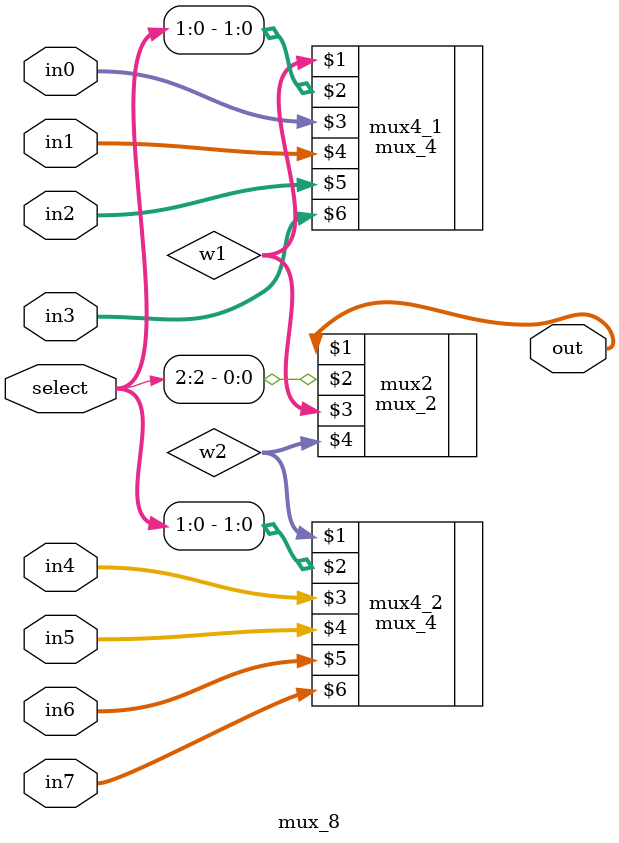
<source format=v>
module mux_8(out, select, in0, in1, in2, in3, in4, in5, in6, in7);
    input [2:0] select;
    input [31:0] in0, in1, in2, in3, in4, in5, in6, in7;
    output [31:0] out;
    wire [31:0] w1, w2;
    
    mux_4 mux4_1(w1, select[1:0], in0, in1, in2, in3); 
    mux_4 mux4_2(w2, select[1:0], in4, in5, in6, in7); 
    mux_2 mux2(out, select[2], w1, w2); 
endmodule 





</source>
